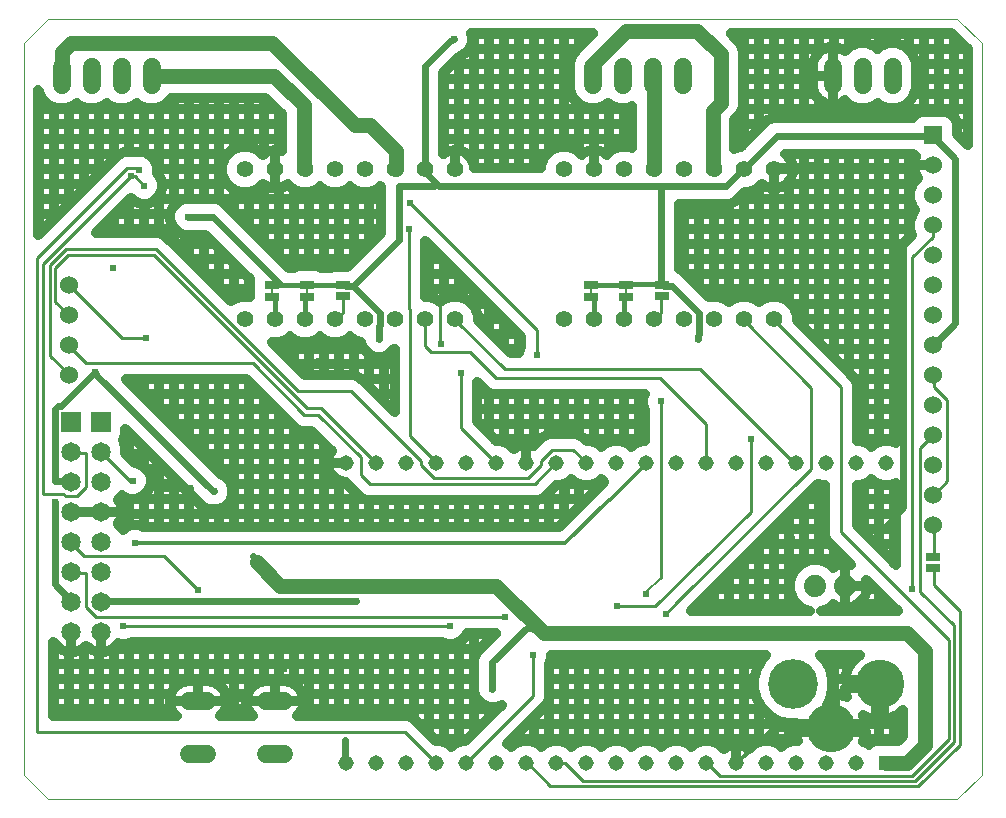
<source format=gbl>
G75*
%MOIN*%
%OFA0B0*%
%FSLAX25Y25*%
%IPPOS*%
%LPD*%
%AMOC8*
5,1,8,0,0,1.08239X$1,22.5*
%
%ADD10C,0.00000*%
%ADD11C,0.06000*%
%ADD12R,0.06000X0.06000*%
%ADD13R,0.05150X0.05150*%
%ADD14C,0.05150*%
%ADD15C,0.05543*%
%ADD16R,0.05000X0.02500*%
%ADD17C,0.00800*%
%ADD18C,0.16598*%
%ADD19C,0.16200*%
%ADD20C,0.07400*%
%ADD21C,0.05937*%
%ADD22C,0.06000*%
%ADD23R,0.06500X0.06500*%
%ADD24C,0.06500*%
%ADD25C,0.01200*%
%ADD26C,0.03200*%
%ADD27C,0.02400*%
%ADD28C,0.02400*%
%ADD29C,0.01000*%
%ADD30C,0.05000*%
%ADD31OC8,0.02400*%
%ADD32C,0.01600*%
%ADD33C,0.04000*%
D10*
X0001000Y0008874D02*
X0001000Y0252969D01*
X0008874Y0260843D01*
X0312024Y0260843D01*
X0320409Y0252969D01*
X0320409Y0008874D01*
X0312024Y0001000D01*
X0008874Y0001000D01*
X0001000Y0008874D01*
D11*
X0016039Y0142063D03*
X0016039Y0152063D03*
X0016039Y0162063D03*
X0016039Y0172063D03*
X0304150Y0172063D03*
X0304150Y0182063D03*
X0304150Y0192063D03*
X0304150Y0202063D03*
X0304150Y0212063D03*
X0304150Y0162063D03*
X0304150Y0152063D03*
X0304150Y0142063D03*
X0304150Y0132063D03*
X0304150Y0122063D03*
X0304150Y0112063D03*
X0304150Y0102063D03*
X0304150Y0092063D03*
D12*
X0304150Y0222063D03*
D13*
X0288402Y0012811D03*
D14*
X0278402Y0012811D03*
X0268402Y0012811D03*
X0258402Y0012811D03*
X0248402Y0012811D03*
X0238402Y0012811D03*
X0228402Y0012811D03*
X0218402Y0012811D03*
X0208402Y0012811D03*
X0198402Y0012811D03*
X0188402Y0012811D03*
X0178402Y0012811D03*
X0168402Y0012811D03*
X0158402Y0012811D03*
X0148402Y0012811D03*
X0138402Y0012811D03*
X0128402Y0012811D03*
X0118402Y0012811D03*
X0108402Y0012811D03*
X0108402Y0112811D03*
X0118402Y0112811D03*
X0128402Y0112811D03*
X0138402Y0112811D03*
X0148402Y0112811D03*
X0158402Y0112811D03*
X0168402Y0112811D03*
X0178402Y0112811D03*
X0188402Y0112811D03*
X0198402Y0112811D03*
X0208402Y0112811D03*
X0218402Y0112811D03*
X0228402Y0112811D03*
X0238402Y0112811D03*
X0248402Y0112811D03*
X0258402Y0112811D03*
X0268402Y0112811D03*
X0278402Y0112811D03*
X0288402Y0112811D03*
D15*
X0251039Y0160724D03*
X0241039Y0160724D03*
X0231039Y0160724D03*
X0221039Y0160724D03*
X0211039Y0160724D03*
X0201039Y0160724D03*
X0191039Y0160724D03*
X0181039Y0160724D03*
X0144740Y0160724D03*
X0134740Y0160724D03*
X0124740Y0160724D03*
X0114740Y0160724D03*
X0104740Y0160724D03*
X0094740Y0160724D03*
X0084740Y0160724D03*
X0074740Y0160724D03*
X0074740Y0210724D03*
X0084740Y0210724D03*
X0094740Y0210724D03*
X0104740Y0210724D03*
X0114740Y0210724D03*
X0124740Y0210724D03*
X0134740Y0210724D03*
X0144740Y0210724D03*
X0181039Y0210724D03*
X0191039Y0210724D03*
X0201039Y0210724D03*
X0211039Y0210724D03*
X0221039Y0210724D03*
X0231039Y0210724D03*
X0241039Y0210724D03*
X0251039Y0210724D03*
D16*
X0213598Y0172063D03*
X0213598Y0168520D03*
X0201787Y0168291D03*
X0201787Y0172291D03*
X0189976Y0172291D03*
X0189976Y0168291D03*
X0107299Y0168520D03*
X0107299Y0172063D03*
X0095488Y0172291D03*
X0095488Y0168291D03*
X0083677Y0168291D03*
X0083677Y0172291D03*
X0304150Y0081512D03*
X0304150Y0077969D03*
D17*
X0213344Y0074622D02*
X0208480Y0069759D01*
X0208480Y0069110D01*
X0201787Y0168791D02*
X0201787Y0171791D01*
X0189976Y0171791D02*
X0189976Y0168791D01*
X0095488Y0168791D02*
X0095488Y0171791D01*
X0083677Y0171791D02*
X0083677Y0168791D01*
D18*
X0257387Y0039189D03*
D19*
X0269898Y0024380D03*
X0286209Y0039089D03*
D20*
X0274780Y0071866D03*
X0264780Y0071866D03*
D21*
X0087630Y0033480D02*
X0081693Y0033480D01*
X0081693Y0015764D02*
X0087630Y0015764D01*
X0062039Y0015764D02*
X0056102Y0015764D01*
X0056102Y0033480D02*
X0062039Y0033480D01*
D22*
X0043559Y0238906D02*
X0043559Y0244906D01*
X0033559Y0244906D02*
X0033559Y0238906D01*
X0023559Y0238906D02*
X0023559Y0244906D01*
X0013559Y0244906D02*
X0013559Y0238906D01*
X0190724Y0238906D02*
X0190724Y0244906D01*
X0200724Y0244906D02*
X0200724Y0238906D01*
X0210724Y0238906D02*
X0210724Y0244906D01*
X0220724Y0244906D02*
X0220724Y0238906D01*
X0270528Y0238906D02*
X0270528Y0244906D01*
X0280528Y0244906D02*
X0280528Y0238906D01*
X0290528Y0238906D02*
X0290528Y0244906D01*
D23*
X0026748Y0126551D03*
X0016748Y0126551D03*
D24*
X0016748Y0116551D03*
X0016748Y0106551D03*
X0016748Y0096551D03*
X0026748Y0096551D03*
X0026748Y0106551D03*
X0026748Y0116551D03*
X0026748Y0086551D03*
X0026748Y0076551D03*
X0026748Y0066551D03*
X0026748Y0056551D03*
X0016748Y0056551D03*
X0016748Y0066551D03*
X0016748Y0076551D03*
X0016748Y0086551D03*
D25*
X0038008Y0086039D02*
X0181512Y0086039D01*
X0195882Y0100409D01*
X0249963Y0023950D02*
X0269650Y0023950D01*
X0269898Y0024380D01*
X0249963Y0023950D02*
X0239163Y0013150D01*
X0238600Y0013150D01*
X0238402Y0012811D01*
X0084661Y0033480D02*
X0084250Y0033850D01*
X0059500Y0033850D01*
X0059071Y0033480D01*
X0037220Y0106906D02*
X0036394Y0106906D01*
X0026748Y0116551D01*
X0251039Y0210724D02*
X0251200Y0211150D01*
X0252100Y0212050D01*
X0303850Y0212050D01*
X0304150Y0212063D01*
D26*
X0304149Y0212063D02*
X0297550Y0212063D01*
X0297550Y0211630D01*
X0297663Y0210773D01*
X0297886Y0209937D01*
X0298218Y0209138D01*
X0298650Y0208388D01*
X0298995Y0207939D01*
X0297537Y0206481D01*
X0296350Y0203615D01*
X0296350Y0200511D01*
X0297537Y0197645D01*
X0298119Y0197063D01*
X0297537Y0196481D01*
X0296350Y0193615D01*
X0296350Y0190511D01*
X0297028Y0188873D01*
X0294098Y0185943D01*
X0292607Y0184452D01*
X0291800Y0182504D01*
X0291800Y0119386D01*
X0289869Y0120186D01*
X0286935Y0120186D01*
X0284224Y0119063D01*
X0283402Y0118241D01*
X0282579Y0119063D01*
X0279869Y0120186D01*
X0278605Y0120186D01*
X0278605Y0139249D01*
X0277798Y0141197D01*
X0258611Y0160384D01*
X0258611Y0162230D01*
X0257458Y0165013D01*
X0255328Y0167143D01*
X0252545Y0168296D01*
X0249533Y0168296D01*
X0246750Y0167143D01*
X0246039Y0166432D01*
X0245328Y0167143D01*
X0242545Y0168296D01*
X0239533Y0168296D01*
X0236750Y0167143D01*
X0236039Y0166432D01*
X0235328Y0167143D01*
X0232545Y0168296D01*
X0229533Y0168296D01*
X0229290Y0168195D01*
X0222087Y0175399D01*
X0220399Y0177087D01*
X0219400Y0177500D01*
X0219400Y0199300D01*
X0236193Y0199300D01*
X0238399Y0200213D01*
X0241338Y0203153D01*
X0242545Y0203153D01*
X0245328Y0204305D01*
X0246896Y0205873D01*
X0247492Y0205415D01*
X0248215Y0204998D01*
X0248987Y0204678D01*
X0249794Y0204462D01*
X0250622Y0204353D01*
X0251039Y0204353D01*
X0251039Y0210724D01*
X0251039Y0210724D01*
X0251039Y0204353D01*
X0251457Y0204353D01*
X0252285Y0204462D01*
X0253092Y0204678D01*
X0253864Y0204998D01*
X0254587Y0205415D01*
X0255249Y0205924D01*
X0255840Y0206514D01*
X0256349Y0207177D01*
X0256766Y0207900D01*
X0257086Y0208672D01*
X0257302Y0209479D01*
X0257411Y0210307D01*
X0257411Y0210724D01*
X0251039Y0210724D01*
X0251039Y0210724D01*
X0257411Y0210724D01*
X0257411Y0211142D01*
X0257302Y0211970D01*
X0257086Y0212777D01*
X0256766Y0213549D01*
X0256349Y0214272D01*
X0255840Y0214935D01*
X0255249Y0215525D01*
X0254696Y0215950D01*
X0297474Y0215950D01*
X0298298Y0215127D01*
X0298218Y0214988D01*
X0297886Y0214189D01*
X0297663Y0213353D01*
X0297550Y0212496D01*
X0297550Y0212063D01*
X0304149Y0212063D01*
X0304149Y0212063D01*
X0301000Y0212063D02*
X0301000Y0212063D01*
X0297633Y0211000D02*
X0257411Y0211000D01*
X0256000Y0210724D02*
X0256000Y0210724D01*
X0256000Y0214726D02*
X0256000Y0215950D01*
X0261000Y0215950D02*
X0261000Y0157995D01*
X0262995Y0156000D02*
X0291800Y0156000D01*
X0291800Y0151000D02*
X0267995Y0151000D01*
X0266000Y0152995D02*
X0266000Y0215950D01*
X0271000Y0215950D02*
X0271000Y0147995D01*
X0272995Y0146000D02*
X0291800Y0146000D01*
X0291800Y0141000D02*
X0277880Y0141000D01*
X0276000Y0142995D02*
X0276000Y0215950D01*
X0281000Y0215950D02*
X0281000Y0119717D01*
X0278605Y0121000D02*
X0291800Y0121000D01*
X0291000Y0119717D02*
X0291000Y0215950D01*
X0286000Y0215950D02*
X0286000Y0119799D01*
X0291800Y0126000D02*
X0278605Y0126000D01*
X0278605Y0131000D02*
X0291800Y0131000D01*
X0291800Y0136000D02*
X0278605Y0136000D01*
X0291800Y0161000D02*
X0258611Y0161000D01*
X0256472Y0166000D02*
X0291800Y0166000D01*
X0291800Y0171000D02*
X0226485Y0171000D01*
X0226000Y0171485D02*
X0226000Y0199300D01*
X0231000Y0199300D02*
X0231000Y0168296D01*
X0236000Y0166472D02*
X0236000Y0199300D01*
X0239185Y0201000D02*
X0296350Y0201000D01*
X0297338Y0196000D02*
X0219400Y0196000D01*
X0221000Y0199300D02*
X0221000Y0176485D01*
X0221485Y0176000D02*
X0291800Y0176000D01*
X0291800Y0181000D02*
X0219400Y0181000D01*
X0219400Y0186000D02*
X0294155Y0186000D01*
X0296000Y0187845D02*
X0296000Y0215950D01*
X0297338Y0206000D02*
X0255326Y0206000D01*
X0256000Y0206723D02*
X0256000Y0166472D01*
X0251000Y0168296D02*
X0251000Y0204353D01*
X0251039Y0206000D02*
X0251039Y0206000D01*
X0246000Y0204977D02*
X0246000Y0166472D01*
X0241000Y0168296D02*
X0241000Y0202815D01*
X0237828Y0217590D02*
X0237828Y0227110D01*
X0239472Y0228755D01*
X0240583Y0231438D01*
X0240583Y0250484D01*
X0239472Y0253167D01*
X0237419Y0255220D01*
X0236596Y0256043D01*
X0310123Y0256043D01*
X0315609Y0250891D01*
X0315609Y0218676D01*
X0311950Y0222336D01*
X0311950Y0226018D01*
X0311219Y0227782D01*
X0309869Y0229132D01*
X0308104Y0229863D01*
X0300195Y0229863D01*
X0298431Y0229132D01*
X0297248Y0227950D01*
X0250907Y0227950D01*
X0248702Y0227037D01*
X0247014Y0225349D01*
X0239961Y0218296D01*
X0239533Y0218296D01*
X0237828Y0217590D01*
X0237828Y0221000D02*
X0242665Y0221000D01*
X0241000Y0219335D02*
X0241000Y0256043D01*
X0236639Y0256000D02*
X0310169Y0256000D01*
X0311000Y0255219D02*
X0311000Y0228001D01*
X0311950Y0226000D02*
X0315609Y0226000D01*
X0315609Y0231000D02*
X0240402Y0231000D01*
X0237828Y0226000D02*
X0247665Y0226000D01*
X0246000Y0224335D02*
X0246000Y0256043D01*
X0251000Y0256043D02*
X0251000Y0227950D01*
X0256000Y0227950D02*
X0256000Y0256043D01*
X0261000Y0256043D02*
X0261000Y0227950D01*
X0266000Y0227950D02*
X0266000Y0234099D01*
X0266167Y0233933D02*
X0266853Y0233406D01*
X0267602Y0232973D01*
X0268402Y0232642D01*
X0269237Y0232418D01*
X0270095Y0232306D01*
X0270527Y0232306D01*
X0270527Y0241905D01*
X0270528Y0241905D01*
X0270528Y0232306D01*
X0270960Y0232306D01*
X0271818Y0232418D01*
X0272654Y0232642D01*
X0273453Y0232973D01*
X0274202Y0233406D01*
X0274651Y0233751D01*
X0276109Y0232293D01*
X0278976Y0231106D01*
X0282079Y0231106D01*
X0284946Y0232293D01*
X0285528Y0232875D01*
X0286109Y0232293D01*
X0288976Y0231106D01*
X0292079Y0231106D01*
X0294946Y0232293D01*
X0297140Y0234487D01*
X0298328Y0237354D01*
X0298328Y0246457D01*
X0297140Y0249324D01*
X0294946Y0251518D01*
X0292079Y0252705D01*
X0288976Y0252705D01*
X0286109Y0251518D01*
X0285528Y0250936D01*
X0284946Y0251518D01*
X0282079Y0252705D01*
X0278976Y0252705D01*
X0276109Y0251518D01*
X0274651Y0250060D01*
X0274202Y0250405D01*
X0273453Y0250838D01*
X0272654Y0251169D01*
X0271818Y0251393D01*
X0270960Y0251505D01*
X0270528Y0251505D01*
X0270528Y0241906D01*
X0270527Y0241906D01*
X0270527Y0241905D01*
X0263928Y0241905D01*
X0263928Y0238473D01*
X0264040Y0237615D01*
X0264264Y0236779D01*
X0264595Y0235980D01*
X0265028Y0235231D01*
X0265555Y0234544D01*
X0266167Y0233933D01*
X0264587Y0236000D02*
X0240583Y0236000D01*
X0240583Y0241000D02*
X0263928Y0241000D01*
X0263928Y0241906D02*
X0270527Y0241906D01*
X0270527Y0251505D01*
X0270095Y0251505D01*
X0269237Y0251393D01*
X0268402Y0251169D01*
X0267602Y0250838D01*
X0266853Y0250405D01*
X0266167Y0249878D01*
X0265555Y0249267D01*
X0265028Y0248580D01*
X0264595Y0247831D01*
X0264264Y0247032D01*
X0264040Y0246196D01*
X0263928Y0245338D01*
X0263928Y0241906D01*
X0266000Y0241905D02*
X0266000Y0241906D01*
X0264015Y0246000D02*
X0240583Y0246000D01*
X0240370Y0251000D02*
X0267994Y0251000D01*
X0266000Y0249712D02*
X0266000Y0256043D01*
X0271000Y0256043D02*
X0271000Y0251500D01*
X0270528Y0251000D02*
X0270527Y0251000D01*
X0273061Y0251000D02*
X0275591Y0251000D01*
X0276000Y0251409D02*
X0276000Y0256043D01*
X0281000Y0256043D02*
X0281000Y0252705D01*
X0285464Y0251000D02*
X0285591Y0251000D01*
X0286000Y0251409D02*
X0286000Y0256043D01*
X0291000Y0256043D02*
X0291000Y0252705D01*
X0295464Y0251000D02*
X0315494Y0251000D01*
X0315609Y0246000D02*
X0298328Y0246000D01*
X0296000Y0250464D02*
X0296000Y0256043D01*
X0301000Y0256043D02*
X0301000Y0229863D01*
X0296000Y0227950D02*
X0296000Y0233347D01*
X0297767Y0236000D02*
X0315609Y0236000D01*
X0315609Y0241000D02*
X0298328Y0241000D01*
X0291000Y0231106D02*
X0291000Y0227950D01*
X0286000Y0227950D02*
X0286000Y0232402D01*
X0281000Y0231106D02*
X0281000Y0227950D01*
X0276000Y0227950D02*
X0276000Y0232402D01*
X0271000Y0232311D02*
X0271000Y0227950D01*
X0270527Y0236000D02*
X0270528Y0236000D01*
X0270527Y0241000D02*
X0270528Y0241000D01*
X0270527Y0246000D02*
X0270528Y0246000D01*
X0306000Y0256043D02*
X0306000Y0229863D01*
X0313285Y0221000D02*
X0315609Y0221000D01*
X0296350Y0191000D02*
X0219400Y0191000D01*
X0195183Y0215576D02*
X0194587Y0216034D01*
X0193864Y0216451D01*
X0193092Y0216771D01*
X0192285Y0216987D01*
X0191457Y0217096D01*
X0191039Y0217096D01*
X0190622Y0217096D01*
X0189794Y0216987D01*
X0188987Y0216771D01*
X0188215Y0216451D01*
X0187492Y0216034D01*
X0186896Y0215576D01*
X0185328Y0217143D01*
X0182545Y0218296D01*
X0179533Y0218296D01*
X0176750Y0217143D01*
X0174620Y0215013D01*
X0173468Y0212230D01*
X0173468Y0211300D01*
X0151091Y0211300D01*
X0151003Y0211970D01*
X0150787Y0212777D01*
X0150467Y0213549D01*
X0150049Y0214272D01*
X0149541Y0214935D01*
X0148950Y0215525D01*
X0148288Y0216034D01*
X0147564Y0216451D01*
X0146793Y0216771D01*
X0145986Y0216987D01*
X0145158Y0217096D01*
X0144740Y0217096D01*
X0144323Y0217096D01*
X0143494Y0216987D01*
X0142688Y0216771D01*
X0141916Y0216451D01*
X0141193Y0216034D01*
X0140740Y0215686D01*
X0140740Y0242727D01*
X0146164Y0248152D01*
X0146464Y0248276D01*
X0146839Y0248650D01*
X0147082Y0248805D01*
X0147706Y0249063D01*
X0148081Y0249438D01*
X0148528Y0249722D01*
X0148916Y0250274D01*
X0149394Y0250751D01*
X0149596Y0251241D01*
X0149901Y0251674D01*
X0150049Y0252333D01*
X0150307Y0252956D01*
X0150307Y0253486D01*
X0150423Y0254003D01*
X0150307Y0254668D01*
X0150307Y0255343D01*
X0150104Y0255833D01*
X0150068Y0256043D01*
X0190601Y0256043D01*
X0184536Y0249978D01*
X0184373Y0249585D01*
X0184112Y0249324D01*
X0182924Y0246457D01*
X0182924Y0237354D01*
X0184112Y0234487D01*
X0186306Y0232293D01*
X0189173Y0231106D01*
X0192276Y0231106D01*
X0195143Y0232293D01*
X0195724Y0232875D01*
X0196306Y0232293D01*
X0199173Y0231106D01*
X0202276Y0231106D01*
X0203739Y0231712D01*
X0203739Y0217802D01*
X0202545Y0218296D01*
X0199533Y0218296D01*
X0196750Y0217143D01*
X0195183Y0215576D01*
X0195607Y0216000D02*
X0194631Y0216000D01*
X0196000Y0216393D02*
X0196000Y0232599D01*
X0191000Y0231106D02*
X0191000Y0217096D01*
X0191039Y0217096D02*
X0191039Y0211300D01*
X0191039Y0211300D01*
X0191039Y0217096D01*
X0191039Y0216000D02*
X0191039Y0216000D01*
X0187448Y0216000D02*
X0186472Y0216000D01*
X0186000Y0216472D02*
X0186000Y0232599D01*
X0183485Y0236000D02*
X0140740Y0236000D01*
X0140740Y0241000D02*
X0182924Y0241000D01*
X0182924Y0246000D02*
X0144013Y0246000D01*
X0146000Y0247987D02*
X0146000Y0216983D01*
X0144740Y0217096D02*
X0144740Y0211300D01*
X0144740Y0217096D01*
X0144740Y0216000D02*
X0144740Y0216000D01*
X0148331Y0216000D02*
X0175607Y0216000D01*
X0176000Y0216393D02*
X0176000Y0256043D01*
X0171000Y0256043D02*
X0171000Y0211300D01*
X0166000Y0211300D02*
X0166000Y0256043D01*
X0161000Y0256043D02*
X0161000Y0211300D01*
X0156000Y0211300D02*
X0156000Y0256043D01*
X0151000Y0256043D02*
X0151000Y0211980D01*
X0144740Y0211300D02*
X0144740Y0211300D01*
X0141149Y0216000D02*
X0140740Y0216000D01*
X0141000Y0215886D02*
X0141000Y0242987D01*
X0149497Y0251000D02*
X0185558Y0251000D01*
X0186000Y0251442D02*
X0186000Y0256043D01*
X0181000Y0256043D02*
X0181000Y0218296D01*
X0201000Y0218296D02*
X0201000Y0231106D01*
X0203739Y0231000D02*
X0140740Y0231000D01*
X0140740Y0226000D02*
X0203739Y0226000D01*
X0203739Y0221000D02*
X0140740Y0221000D01*
X0120000Y0204757D02*
X0120000Y0189509D01*
X0108604Y0178113D01*
X0106457Y0178113D01*
X0106409Y0178115D01*
X0106402Y0178113D01*
X0103844Y0178113D01*
X0103309Y0177891D01*
X0100029Y0177891D01*
X0098943Y0178341D01*
X0092033Y0178341D01*
X0090947Y0177891D01*
X0089484Y0177891D01*
X0069079Y0198296D01*
X0067391Y0199984D01*
X0065186Y0200898D01*
X0054433Y0200898D01*
X0052227Y0199984D01*
X0050539Y0198296D01*
X0049626Y0196091D01*
X0049626Y0193704D01*
X0050539Y0191499D01*
X0052227Y0189811D01*
X0054433Y0188898D01*
X0061507Y0188898D01*
X0076377Y0174027D01*
X0076377Y0168242D01*
X0076246Y0168296D01*
X0073234Y0168296D01*
X0070451Y0167143D01*
X0070027Y0166719D01*
X0048139Y0188606D01*
X0046191Y0189413D01*
X0025157Y0189413D01*
X0036804Y0201061D01*
X0037651Y0200213D01*
X0039857Y0199300D01*
X0042243Y0199300D01*
X0044449Y0200213D01*
X0046137Y0201901D01*
X0047050Y0204107D01*
X0047050Y0206493D01*
X0046137Y0208699D01*
X0045385Y0209450D01*
X0045386Y0209452D01*
X0045386Y0211839D01*
X0044472Y0214044D01*
X0042785Y0215732D01*
X0040579Y0216646D01*
X0038192Y0216646D01*
X0037691Y0216438D01*
X0034395Y0216438D01*
X0032447Y0215631D01*
X0005800Y0188984D01*
X0005800Y0237255D01*
X0006947Y0234487D01*
X0009141Y0232293D01*
X0012008Y0231106D01*
X0015111Y0231106D01*
X0017977Y0232293D01*
X0018559Y0232875D01*
X0019141Y0232293D01*
X0022008Y0231106D01*
X0025111Y0231106D01*
X0027977Y0232293D01*
X0028559Y0232875D01*
X0029141Y0232293D01*
X0032008Y0231106D01*
X0035111Y0231106D01*
X0037977Y0232293D01*
X0038559Y0232875D01*
X0039141Y0232293D01*
X0042008Y0231106D01*
X0045111Y0231106D01*
X0047977Y0232293D01*
X0050172Y0234487D01*
X0050221Y0234606D01*
X0081480Y0234606D01*
X0087007Y0229079D01*
X0087007Y0216682D01*
X0086793Y0216771D01*
X0085986Y0216987D01*
X0085158Y0217096D01*
X0084740Y0217096D01*
X0084323Y0217096D01*
X0083494Y0216987D01*
X0082688Y0216771D01*
X0081916Y0216451D01*
X0081193Y0216034D01*
X0080596Y0215576D01*
X0079029Y0217143D01*
X0076246Y0218296D01*
X0073234Y0218296D01*
X0070451Y0217143D01*
X0068321Y0215013D01*
X0067169Y0212230D01*
X0067169Y0209218D01*
X0068321Y0206435D01*
X0070451Y0204305D01*
X0073234Y0203153D01*
X0076246Y0203153D01*
X0079029Y0204305D01*
X0080596Y0205873D01*
X0081193Y0205415D01*
X0081916Y0204998D01*
X0082688Y0204678D01*
X0083494Y0204462D01*
X0084323Y0204353D01*
X0084740Y0204353D01*
X0084740Y0210724D01*
X0084740Y0210724D01*
X0084740Y0204353D01*
X0085158Y0204353D01*
X0085986Y0204462D01*
X0086793Y0204678D01*
X0087564Y0204998D01*
X0088288Y0205415D01*
X0088884Y0205873D01*
X0090451Y0204305D01*
X0093234Y0203153D01*
X0096246Y0203153D01*
X0099029Y0204305D01*
X0099740Y0205016D01*
X0100451Y0204305D01*
X0103234Y0203153D01*
X0106246Y0203153D01*
X0109029Y0204305D01*
X0109740Y0205016D01*
X0110451Y0204305D01*
X0113234Y0203153D01*
X0116246Y0203153D01*
X0119029Y0204305D01*
X0119740Y0205016D01*
X0120000Y0204757D01*
X0116000Y0203153D02*
X0116000Y0185509D01*
X0116491Y0186000D02*
X0081375Y0186000D01*
X0081000Y0186375D02*
X0081000Y0205563D01*
X0084740Y0206000D02*
X0084740Y0206000D01*
X0086000Y0204466D02*
X0086000Y0181375D01*
X0086375Y0181000D02*
X0111491Y0181000D01*
X0111000Y0180509D02*
X0111000Y0204078D01*
X0106000Y0203153D02*
X0106000Y0178113D01*
X0101000Y0177891D02*
X0101000Y0204078D01*
X0096000Y0203153D02*
X0096000Y0178341D01*
X0091000Y0177913D02*
X0091000Y0204078D01*
X0084740Y0210725D02*
X0084740Y0210725D01*
X0084740Y0217096D01*
X0084740Y0210725D01*
X0084740Y0211000D02*
X0084740Y0211000D01*
X0084740Y0216000D02*
X0084740Y0216000D01*
X0086000Y0216983D02*
X0086000Y0230086D01*
X0085086Y0231000D02*
X0005800Y0231000D01*
X0005800Y0226000D02*
X0087007Y0226000D01*
X0087007Y0221000D02*
X0005800Y0221000D01*
X0005800Y0216000D02*
X0033338Y0216000D01*
X0036000Y0216438D02*
X0036000Y0231474D01*
X0041000Y0231523D02*
X0041000Y0216471D01*
X0042138Y0216000D02*
X0069308Y0216000D01*
X0071000Y0217371D02*
X0071000Y0234606D01*
X0076000Y0234606D02*
X0076000Y0218296D01*
X0080172Y0216000D02*
X0081149Y0216000D01*
X0081000Y0215886D02*
X0081000Y0234606D01*
X0066000Y0234606D02*
X0066000Y0200560D01*
X0061000Y0200898D02*
X0061000Y0234606D01*
X0056000Y0234606D02*
X0056000Y0200898D01*
X0051000Y0198757D02*
X0051000Y0234606D01*
X0046000Y0231474D02*
X0046000Y0208835D01*
X0045386Y0211000D02*
X0067169Y0211000D01*
X0068757Y0206000D02*
X0047050Y0206000D01*
X0046000Y0201765D02*
X0046000Y0189413D01*
X0051000Y0191038D02*
X0051000Y0185745D01*
X0050745Y0186000D02*
X0064404Y0186000D01*
X0066000Y0184404D02*
X0066000Y0170745D01*
X0065745Y0171000D02*
X0076377Y0171000D01*
X0076000Y0168296D02*
X0076000Y0174404D01*
X0074404Y0176000D02*
X0060745Y0176000D01*
X0061000Y0175745D02*
X0061000Y0188898D01*
X0056000Y0188898D02*
X0056000Y0180745D01*
X0055745Y0181000D02*
X0069404Y0181000D01*
X0071000Y0179404D02*
X0071000Y0167371D01*
X0083593Y0153153D02*
X0086246Y0153153D01*
X0089029Y0154305D01*
X0089740Y0155016D01*
X0090451Y0154305D01*
X0093234Y0153153D01*
X0096246Y0153153D01*
X0099029Y0154305D01*
X0099740Y0155016D01*
X0100451Y0154305D01*
X0103234Y0153153D01*
X0106246Y0153153D01*
X0109029Y0154305D01*
X0109740Y0155016D01*
X0110451Y0154305D01*
X0113234Y0153153D01*
X0113350Y0153153D01*
X0113350Y0152920D01*
X0114263Y0150714D01*
X0115951Y0149026D01*
X0118157Y0148113D01*
X0120543Y0148113D01*
X0122749Y0149026D01*
X0124437Y0150714D01*
X0124513Y0150898D01*
X0124513Y0129783D01*
X0113015Y0141280D01*
X0111067Y0142087D01*
X0094658Y0142087D01*
X0083593Y0153153D01*
X0086000Y0153153D02*
X0086000Y0150745D01*
X0085745Y0151000D02*
X0114145Y0151000D01*
X0116000Y0149006D02*
X0116000Y0138295D01*
X0118295Y0136000D02*
X0124513Y0136000D01*
X0121000Y0133295D02*
X0121000Y0148302D01*
X0124513Y0146000D02*
X0090745Y0146000D01*
X0091000Y0145745D02*
X0091000Y0154078D01*
X0096000Y0153153D02*
X0096000Y0142087D01*
X0101000Y0142087D02*
X0101000Y0154078D01*
X0106000Y0153153D02*
X0106000Y0142087D01*
X0111000Y0142087D02*
X0111000Y0154078D01*
X0113295Y0141000D02*
X0124513Y0141000D01*
X0124513Y0131000D02*
X0123295Y0131000D01*
X0107678Y0112811D02*
X0102227Y0112811D01*
X0102227Y0112325D01*
X0102379Y0111365D01*
X0102679Y0110441D01*
X0103120Y0109575D01*
X0103692Y0108788D01*
X0104379Y0108101D01*
X0105165Y0107530D01*
X0106031Y0107089D01*
X0106956Y0106788D01*
X0107916Y0106636D01*
X0108395Y0106636D01*
X0108712Y0105872D01*
X0113254Y0101330D01*
X0115202Y0100523D01*
X0172330Y0100523D01*
X0174278Y0101330D01*
X0178384Y0105436D01*
X0179869Y0105436D01*
X0182579Y0106559D01*
X0183402Y0107381D01*
X0184224Y0106559D01*
X0186935Y0105436D01*
X0189869Y0105436D01*
X0192579Y0106559D01*
X0193402Y0107381D01*
X0194224Y0106559D01*
X0194445Y0106468D01*
X0193064Y0105087D01*
X0192823Y0104987D01*
X0179275Y0091439D01*
X0040650Y0091439D01*
X0039201Y0092039D01*
X0036814Y0092039D01*
X0034609Y0091126D01*
X0033872Y0090389D01*
X0033572Y0091111D01*
X0032235Y0092449D01*
X0032456Y0092737D01*
X0032905Y0093515D01*
X0033248Y0094345D01*
X0033481Y0095212D01*
X0033598Y0096102D01*
X0033598Y0096551D01*
X0026748Y0096551D01*
X0019898Y0096551D01*
X0017335Y0096551D01*
X0017335Y0096551D01*
X0026748Y0096551D01*
X0026748Y0096551D01*
X0026748Y0096551D01*
X0033598Y0096551D01*
X0033598Y0097000D01*
X0033481Y0097890D01*
X0033248Y0098758D01*
X0032905Y0099587D01*
X0032456Y0100365D01*
X0032235Y0100653D01*
X0033572Y0101991D01*
X0033595Y0102046D01*
X0033822Y0101819D01*
X0036027Y0100906D01*
X0038414Y0100906D01*
X0040619Y0101819D01*
X0042307Y0103507D01*
X0043220Y0105712D01*
X0043220Y0108099D01*
X0042307Y0110304D01*
X0040619Y0111992D01*
X0038414Y0112905D01*
X0038030Y0112905D01*
X0034798Y0116138D01*
X0034798Y0118152D01*
X0033872Y0120387D01*
X0034067Y0120582D01*
X0034798Y0122346D01*
X0034798Y0124071D01*
X0058906Y0099963D01*
X0060593Y0098276D01*
X0062799Y0097362D01*
X0065678Y0097362D01*
X0067883Y0098276D01*
X0069571Y0099963D01*
X0070484Y0102169D01*
X0070484Y0104556D01*
X0069571Y0106761D01*
X0067883Y0108449D01*
X0067043Y0108797D01*
X0034962Y0140877D01*
X0075084Y0140877D01*
X0090011Y0125951D01*
X0091502Y0124460D01*
X0093450Y0123653D01*
X0096836Y0123653D01*
X0103676Y0116813D01*
X0103120Y0116047D01*
X0102679Y0115181D01*
X0102379Y0114257D01*
X0102227Y0113297D01*
X0102227Y0112811D01*
X0107678Y0112811D01*
X0107678Y0112811D01*
X0106000Y0112811D02*
X0106000Y0112811D01*
X0102497Y0111000D02*
X0064840Y0111000D01*
X0066000Y0109840D02*
X0066000Y0140877D01*
X0061000Y0140877D02*
X0061000Y0114840D01*
X0059840Y0116000D02*
X0103096Y0116000D01*
X0101000Y0119489D02*
X0101000Y0091439D01*
X0106000Y0091439D02*
X0106000Y0107105D01*
X0108658Y0106000D02*
X0069886Y0106000D01*
X0070000Y0101000D02*
X0114050Y0101000D01*
X0116000Y0100523D02*
X0116000Y0091439D01*
X0121000Y0091439D02*
X0121000Y0100523D01*
X0126000Y0100523D02*
X0126000Y0091439D01*
X0131000Y0091439D02*
X0131000Y0100523D01*
X0136000Y0100523D02*
X0136000Y0091439D01*
X0141000Y0091439D02*
X0141000Y0100523D01*
X0146000Y0100523D02*
X0146000Y0091439D01*
X0151000Y0091439D02*
X0151000Y0100523D01*
X0156000Y0100523D02*
X0156000Y0091439D01*
X0161000Y0091439D02*
X0161000Y0100523D01*
X0166000Y0100523D02*
X0166000Y0091439D01*
X0171000Y0091439D02*
X0171000Y0100523D01*
X0173482Y0101000D02*
X0188836Y0101000D01*
X0191000Y0103164D02*
X0191000Y0105905D01*
X0191230Y0106000D02*
X0193977Y0106000D01*
X0186000Y0105823D02*
X0186000Y0098164D01*
X0183836Y0096000D02*
X0033585Y0096000D01*
X0031000Y0096551D02*
X0031000Y0096551D01*
X0032581Y0101000D02*
X0035799Y0101000D01*
X0036000Y0100917D02*
X0036000Y0091702D01*
X0034483Y0091000D02*
X0033619Y0091000D01*
X0041000Y0091439D02*
X0041000Y0102200D01*
X0038642Y0101000D02*
X0057869Y0101000D01*
X0056000Y0102869D02*
X0056000Y0091439D01*
X0061000Y0091439D02*
X0061000Y0098107D01*
X0066000Y0097496D02*
X0066000Y0091439D01*
X0071000Y0091439D02*
X0071000Y0140877D01*
X0076000Y0139961D02*
X0076000Y0091439D01*
X0081000Y0091439D02*
X0081000Y0134961D01*
X0079961Y0136000D02*
X0039840Y0136000D01*
X0041000Y0134840D02*
X0041000Y0140877D01*
X0036000Y0140877D02*
X0036000Y0139840D01*
X0046000Y0140877D02*
X0046000Y0129840D01*
X0044840Y0131000D02*
X0084961Y0131000D01*
X0086000Y0129961D02*
X0086000Y0091439D01*
X0091000Y0091439D02*
X0091000Y0124961D01*
X0089961Y0126000D02*
X0049840Y0126000D01*
X0051000Y0124840D02*
X0051000Y0140877D01*
X0056000Y0140877D02*
X0056000Y0119840D01*
X0054840Y0121000D02*
X0099489Y0121000D01*
X0096000Y0123653D02*
X0096000Y0091439D01*
X0111000Y0091439D02*
X0111000Y0103583D01*
X0151969Y0126719D02*
X0151969Y0139849D01*
X0151976Y0139866D01*
X0155272Y0136570D01*
X0157220Y0135763D01*
X0207846Y0135763D01*
X0207344Y0134550D01*
X0207344Y0132163D01*
X0208044Y0130473D01*
X0208044Y0120186D01*
X0206935Y0120186D01*
X0204224Y0119063D01*
X0203402Y0118241D01*
X0202579Y0119063D01*
X0199869Y0120186D01*
X0196935Y0120186D01*
X0194224Y0119063D01*
X0193402Y0118241D01*
X0192579Y0119063D01*
X0189869Y0120186D01*
X0188559Y0120186D01*
X0187152Y0121593D01*
X0185204Y0122400D01*
X0175896Y0122400D01*
X0173948Y0121593D01*
X0172457Y0120102D01*
X0170849Y0118494D01*
X0170772Y0118533D01*
X0169848Y0118834D01*
X0168888Y0118986D01*
X0168402Y0118986D01*
X0168402Y0115244D01*
X0168402Y0115244D01*
X0168402Y0118986D01*
X0167916Y0118986D01*
X0166956Y0118834D01*
X0166031Y0118533D01*
X0165165Y0118092D01*
X0164379Y0117521D01*
X0164250Y0117392D01*
X0162579Y0119063D01*
X0159869Y0120186D01*
X0158502Y0120186D01*
X0151969Y0126719D01*
X0152688Y0126000D02*
X0208044Y0126000D01*
X0208044Y0121000D02*
X0187745Y0121000D01*
X0186000Y0122070D02*
X0186000Y0135763D01*
X0181000Y0135763D02*
X0181000Y0122400D01*
X0176000Y0122400D02*
X0176000Y0135763D01*
X0171000Y0135763D02*
X0171000Y0118645D01*
X0173355Y0121000D02*
X0157688Y0121000D01*
X0156000Y0122688D02*
X0156000Y0136268D01*
X0156648Y0136000D02*
X0151969Y0136000D01*
X0151969Y0131000D02*
X0207825Y0131000D01*
X0206000Y0135763D02*
X0206000Y0119799D01*
X0201000Y0119717D02*
X0201000Y0135763D01*
X0196000Y0135763D02*
X0196000Y0119799D01*
X0191000Y0119717D02*
X0191000Y0135763D01*
X0168402Y0116000D02*
X0168402Y0116000D01*
X0166000Y0118518D02*
X0166000Y0135763D01*
X0161000Y0135763D02*
X0161000Y0119717D01*
X0176000Y0103052D02*
X0176000Y0091439D01*
X0181000Y0093164D02*
X0181000Y0105905D01*
X0181230Y0106000D02*
X0185574Y0106000D01*
X0225876Y0066000D02*
X0258625Y0066000D01*
X0257574Y0067051D02*
X0259965Y0064660D01*
X0262963Y0063418D01*
X0223295Y0063418D01*
X0265788Y0105911D01*
X0266935Y0105436D01*
X0268005Y0105436D01*
X0268005Y0088767D01*
X0268812Y0086819D01*
X0270303Y0085328D01*
X0276730Y0078901D01*
X0276207Y0079041D01*
X0275258Y0079166D01*
X0274780Y0079166D01*
X0274780Y0071866D01*
X0274780Y0071866D01*
X0282080Y0071866D01*
X0282080Y0071388D01*
X0281955Y0070439D01*
X0281707Y0069515D01*
X0281341Y0068630D01*
X0280862Y0067802D01*
X0280280Y0067043D01*
X0279603Y0066366D01*
X0278844Y0065783D01*
X0278015Y0065305D01*
X0277131Y0064939D01*
X0276207Y0064691D01*
X0275258Y0064566D01*
X0274780Y0064566D01*
X0274780Y0071866D01*
X0282080Y0071866D01*
X0282080Y0072345D01*
X0281955Y0073293D01*
X0281815Y0073816D01*
X0292213Y0063418D01*
X0266596Y0063418D01*
X0269594Y0064660D01*
X0270717Y0065783D01*
X0271544Y0065305D01*
X0272428Y0064939D01*
X0273352Y0064691D01*
X0274301Y0064566D01*
X0274779Y0064566D01*
X0274779Y0071866D01*
X0274780Y0071866D01*
X0274779Y0071866D01*
X0274779Y0079166D01*
X0274301Y0079166D01*
X0273352Y0079041D01*
X0272428Y0078794D01*
X0271544Y0078427D01*
X0270717Y0077950D01*
X0269594Y0079072D01*
X0266470Y0080366D01*
X0263089Y0080366D01*
X0259965Y0079072D01*
X0257574Y0076681D01*
X0256280Y0073557D01*
X0256280Y0070175D01*
X0257574Y0067051D01*
X0256000Y0063418D02*
X0256000Y0096124D01*
X0255876Y0096000D02*
X0268005Y0096000D01*
X0268005Y0101000D02*
X0260876Y0101000D01*
X0261000Y0101124D02*
X0261000Y0079501D01*
X0266000Y0080366D02*
X0266000Y0105823D01*
X0278605Y0105436D02*
X0279869Y0105436D01*
X0282579Y0106559D01*
X0283402Y0107381D01*
X0284224Y0106559D01*
X0286935Y0105436D01*
X0289869Y0105436D01*
X0291800Y0106236D01*
X0291800Y0078821D01*
X0278605Y0092016D01*
X0278605Y0105436D01*
X0281000Y0105905D02*
X0281000Y0089621D01*
X0279621Y0091000D02*
X0291800Y0091000D01*
X0291800Y0086000D02*
X0284621Y0086000D01*
X0286000Y0084621D02*
X0286000Y0105823D01*
X0285574Y0106000D02*
X0281230Y0106000D01*
X0278605Y0101000D02*
X0291800Y0101000D01*
X0291800Y0096000D02*
X0278605Y0096000D01*
X0268005Y0091000D02*
X0250876Y0091000D01*
X0251000Y0091124D02*
X0251000Y0063418D01*
X0246000Y0063418D02*
X0246000Y0086124D01*
X0245876Y0086000D02*
X0269631Y0086000D01*
X0271000Y0084631D02*
X0271000Y0078113D01*
X0274779Y0076000D02*
X0274780Y0076000D01*
X0276000Y0079068D02*
X0276000Y0079631D01*
X0274631Y0081000D02*
X0240876Y0081000D01*
X0241000Y0081124D02*
X0241000Y0063418D01*
X0236000Y0063418D02*
X0236000Y0076124D01*
X0235876Y0076000D02*
X0257291Y0076000D01*
X0256280Y0071000D02*
X0230876Y0071000D01*
X0231000Y0071124D02*
X0231000Y0063418D01*
X0226000Y0063418D02*
X0226000Y0066124D01*
X0226000Y0048818D02*
X0226000Y0019799D01*
X0226935Y0020186D02*
X0224224Y0019063D01*
X0223402Y0018241D01*
X0222579Y0019063D01*
X0219869Y0020186D01*
X0216935Y0020186D01*
X0214224Y0019063D01*
X0213402Y0018241D01*
X0212579Y0019063D01*
X0209869Y0020186D01*
X0206935Y0020186D01*
X0204224Y0019063D01*
X0203402Y0018241D01*
X0202579Y0019063D01*
X0199869Y0020186D01*
X0196935Y0020186D01*
X0194224Y0019063D01*
X0193402Y0018241D01*
X0192579Y0019063D01*
X0189869Y0020186D01*
X0186935Y0020186D01*
X0184224Y0019063D01*
X0183402Y0018241D01*
X0182579Y0019063D01*
X0179869Y0020186D01*
X0176935Y0020186D01*
X0174224Y0019063D01*
X0173402Y0018241D01*
X0172579Y0019063D01*
X0169869Y0020186D01*
X0166935Y0020186D01*
X0164224Y0019063D01*
X0163402Y0018241D01*
X0162579Y0019063D01*
X0162176Y0019230D01*
X0175143Y0032198D01*
X0175950Y0034146D01*
X0175950Y0045817D01*
X0176650Y0047507D01*
X0176650Y0048818D01*
X0248491Y0048818D01*
X0246905Y0047232D01*
X0245180Y0044245D01*
X0244287Y0040914D01*
X0244287Y0037464D01*
X0245180Y0034133D01*
X0246905Y0031146D01*
X0249344Y0028707D01*
X0252330Y0026982D01*
X0255662Y0026090D01*
X0258316Y0026090D01*
X0258276Y0025730D01*
X0268548Y0025730D01*
X0268548Y0032322D01*
X0269593Y0034133D01*
X0270486Y0037464D01*
X0270486Y0040914D01*
X0269593Y0044245D01*
X0267869Y0047232D01*
X0266283Y0048818D01*
X0279701Y0048818D01*
X0279428Y0048646D01*
X0278400Y0047827D01*
X0277471Y0046898D01*
X0276652Y0045870D01*
X0275952Y0044757D01*
X0275382Y0043573D01*
X0274948Y0042333D01*
X0274656Y0041052D01*
X0274587Y0040439D01*
X0284859Y0040439D01*
X0284859Y0037739D01*
X0287559Y0037739D01*
X0287559Y0027467D01*
X0288172Y0027536D01*
X0289453Y0027829D01*
X0290693Y0028263D01*
X0291877Y0028833D01*
X0292990Y0029532D01*
X0294017Y0030351D01*
X0294094Y0030428D01*
X0294094Y0021740D01*
X0292464Y0020111D01*
X0292112Y0020111D01*
X0291931Y0020186D01*
X0284872Y0020186D01*
X0283108Y0019455D01*
X0282647Y0018995D01*
X0282579Y0019063D01*
X0280698Y0019842D01*
X0280724Y0019895D01*
X0281158Y0021135D01*
X0281450Y0022417D01*
X0281520Y0023030D01*
X0271248Y0023030D01*
X0271248Y0025730D01*
X0268548Y0025730D01*
X0268548Y0023030D01*
X0258276Y0023030D01*
X0258345Y0022417D01*
X0258637Y0021135D01*
X0258969Y0020186D01*
X0256935Y0020186D01*
X0254224Y0019063D01*
X0253402Y0018241D01*
X0252579Y0019063D01*
X0249869Y0020186D01*
X0246935Y0020186D01*
X0244224Y0019063D01*
X0242553Y0017392D01*
X0242424Y0017521D01*
X0241638Y0018092D01*
X0240772Y0018533D01*
X0239848Y0018834D01*
X0238888Y0018986D01*
X0238402Y0018986D01*
X0238402Y0013950D01*
X0238402Y0013950D01*
X0238402Y0018986D01*
X0237916Y0018986D01*
X0236956Y0018834D01*
X0236031Y0018533D01*
X0235165Y0018092D01*
X0234379Y0017521D01*
X0234250Y0017392D01*
X0232579Y0019063D01*
X0229869Y0020186D01*
X0226935Y0020186D01*
X0231000Y0019717D02*
X0231000Y0048818D01*
X0236000Y0048818D02*
X0236000Y0018518D01*
X0238402Y0016000D02*
X0238402Y0016000D01*
X0241000Y0018417D02*
X0241000Y0048818D01*
X0246000Y0048818D02*
X0246000Y0045665D01*
X0246193Y0046000D02*
X0176026Y0046000D01*
X0176000Y0045937D02*
X0176000Y0019799D01*
X0171000Y0019717D02*
X0171000Y0028055D01*
X0168945Y0026000D02*
X0258306Y0026000D01*
X0256000Y0026090D02*
X0256000Y0019799D01*
X0258685Y0021000D02*
X0163945Y0021000D01*
X0166000Y0019799D02*
X0166000Y0023055D01*
X0158955Y0031000D02*
X0093712Y0031000D01*
X0093863Y0031364D02*
X0094086Y0032196D01*
X0094198Y0033050D01*
X0094198Y0033480D01*
X0084662Y0033480D01*
X0084662Y0033480D01*
X0094198Y0033480D01*
X0094198Y0033911D01*
X0094086Y0034765D01*
X0093863Y0035596D01*
X0093534Y0036392D01*
X0093103Y0037137D01*
X0092579Y0037821D01*
X0091970Y0038429D01*
X0091287Y0038954D01*
X0090541Y0039384D01*
X0089746Y0039714D01*
X0088914Y0039936D01*
X0088060Y0040049D01*
X0084661Y0040049D01*
X0081262Y0040049D01*
X0080409Y0039936D01*
X0079577Y0039714D01*
X0078781Y0039384D01*
X0078036Y0038954D01*
X0077353Y0038429D01*
X0076744Y0037821D01*
X0076220Y0037137D01*
X0075789Y0036392D01*
X0075460Y0035596D01*
X0075237Y0034765D01*
X0075124Y0033911D01*
X0075124Y0033480D01*
X0075124Y0033050D01*
X0075237Y0032196D01*
X0075460Y0031364D01*
X0075789Y0030569D01*
X0076220Y0029823D01*
X0076744Y0029140D01*
X0077353Y0028531D01*
X0077464Y0028446D01*
X0066268Y0028446D01*
X0066380Y0028531D01*
X0066988Y0029140D01*
X0067513Y0029823D01*
X0067943Y0030569D01*
X0068273Y0031364D01*
X0068495Y0032196D01*
X0068608Y0033050D01*
X0068608Y0033480D01*
X0059071Y0033480D01*
X0059071Y0033480D01*
X0049534Y0033480D01*
X0049534Y0033050D01*
X0049646Y0032196D01*
X0049869Y0031364D01*
X0050199Y0030569D01*
X0050629Y0029823D01*
X0051153Y0029140D01*
X0051762Y0028531D01*
X0051874Y0028446D01*
X0010729Y0028446D01*
X0010729Y0053276D01*
X0011040Y0052737D01*
X0011587Y0052025D01*
X0012222Y0051390D01*
X0012934Y0050843D01*
X0013712Y0050394D01*
X0014541Y0050051D01*
X0015409Y0049818D01*
X0016299Y0049701D01*
X0016748Y0049701D01*
X0016748Y0056551D01*
X0016748Y0056551D01*
X0016748Y0049701D01*
X0017197Y0049701D01*
X0018087Y0049818D01*
X0018955Y0050051D01*
X0019784Y0050394D01*
X0020562Y0050843D01*
X0021274Y0051390D01*
X0021748Y0051864D01*
X0022222Y0051390D01*
X0022934Y0050843D01*
X0023712Y0050394D01*
X0024541Y0050051D01*
X0025409Y0049818D01*
X0026299Y0049701D01*
X0026748Y0049701D01*
X0026748Y0056231D01*
X0026748Y0049701D01*
X0027197Y0049701D01*
X0028087Y0049818D01*
X0028955Y0050051D01*
X0029784Y0050394D01*
X0030562Y0050843D01*
X0031274Y0051390D01*
X0031909Y0052025D01*
X0032408Y0052675D01*
X0032877Y0052480D01*
X0035264Y0052480D01*
X0036954Y0053180D01*
X0140243Y0053180D01*
X0141933Y0052480D01*
X0144319Y0052480D01*
X0146525Y0053394D01*
X0148213Y0055082D01*
X0148689Y0056231D01*
X0158446Y0056231D01*
X0152008Y0049793D01*
X0151094Y0047588D01*
X0151094Y0036257D01*
X0152008Y0034051D01*
X0153695Y0032363D01*
X0155901Y0031450D01*
X0158288Y0031450D01*
X0160195Y0032240D01*
X0148141Y0020186D01*
X0146935Y0020186D01*
X0144224Y0019063D01*
X0143402Y0018241D01*
X0142579Y0019063D01*
X0139869Y0020186D01*
X0138424Y0020186D01*
X0130971Y0027639D01*
X0129023Y0028446D01*
X0091859Y0028446D01*
X0091970Y0028531D01*
X0092579Y0029140D01*
X0093103Y0029823D01*
X0093534Y0030569D01*
X0093863Y0031364D01*
X0091000Y0033480D02*
X0091000Y0033480D01*
X0093696Y0036000D02*
X0151200Y0036000D01*
X0156000Y0031450D02*
X0156000Y0028045D01*
X0153955Y0026000D02*
X0132609Y0026000D01*
X0131000Y0027609D02*
X0131000Y0053180D01*
X0126000Y0053180D02*
X0126000Y0028446D01*
X0121000Y0028446D02*
X0121000Y0053180D01*
X0116000Y0053180D02*
X0116000Y0028446D01*
X0111000Y0028446D02*
X0111000Y0053180D01*
X0106000Y0053180D02*
X0106000Y0028446D01*
X0101000Y0028446D02*
X0101000Y0053180D01*
X0096000Y0053180D02*
X0096000Y0028446D01*
X0086000Y0033480D02*
X0086000Y0033480D01*
X0084661Y0033480D02*
X0084661Y0033480D01*
X0075124Y0033480D01*
X0084661Y0033480D01*
X0084661Y0033480D01*
X0084661Y0040049D01*
X0084661Y0033480D01*
X0084661Y0036000D02*
X0084661Y0036000D01*
X0086000Y0040049D02*
X0086000Y0053180D01*
X0081000Y0053180D02*
X0081000Y0040014D01*
X0076000Y0036757D02*
X0076000Y0053180D01*
X0071000Y0053180D02*
X0071000Y0028446D01*
X0068122Y0031000D02*
X0075611Y0031000D01*
X0076000Y0030204D02*
X0076000Y0028446D01*
X0076000Y0033480D02*
X0076000Y0033480D01*
X0075627Y0036000D02*
X0068105Y0036000D01*
X0067943Y0036392D02*
X0067513Y0037137D01*
X0066988Y0037821D01*
X0066380Y0038429D01*
X0065696Y0038954D01*
X0064951Y0039384D01*
X0064155Y0039714D01*
X0063324Y0039936D01*
X0062470Y0040049D01*
X0059071Y0040049D01*
X0059071Y0033480D01*
X0059071Y0033480D01*
X0068608Y0033480D01*
X0068608Y0033911D01*
X0068495Y0034765D01*
X0068273Y0035596D01*
X0067943Y0036392D01*
X0066000Y0038721D02*
X0066000Y0053180D01*
X0061000Y0053180D02*
X0061000Y0040049D01*
X0059071Y0040049D02*
X0055672Y0040049D01*
X0054818Y0039936D01*
X0053986Y0039714D01*
X0053191Y0039384D01*
X0052445Y0038954D01*
X0051762Y0038429D01*
X0051153Y0037821D01*
X0050629Y0037137D01*
X0050199Y0036392D01*
X0049869Y0035596D01*
X0049646Y0034765D01*
X0049534Y0033911D01*
X0049534Y0033480D01*
X0059071Y0033480D01*
X0059071Y0033480D01*
X0059071Y0040049D01*
X0056000Y0040049D02*
X0056000Y0053180D01*
X0051000Y0053180D02*
X0051000Y0037621D01*
X0050036Y0036000D02*
X0010729Y0036000D01*
X0010729Y0031000D02*
X0050020Y0031000D01*
X0051000Y0029340D02*
X0051000Y0028446D01*
X0046000Y0028446D02*
X0046000Y0053180D01*
X0041000Y0053180D02*
X0041000Y0028446D01*
X0036000Y0028446D02*
X0036000Y0052785D01*
X0031000Y0051180D02*
X0031000Y0028446D01*
X0026000Y0028446D02*
X0026000Y0049741D01*
X0026748Y0051000D02*
X0026748Y0051000D01*
X0022730Y0051000D02*
X0020766Y0051000D01*
X0021000Y0051180D02*
X0021000Y0028446D01*
X0016000Y0028446D02*
X0016000Y0049741D01*
X0016748Y0051000D02*
X0016748Y0051000D01*
X0012730Y0051000D02*
X0010729Y0051000D01*
X0011000Y0052807D02*
X0011000Y0028446D01*
X0010729Y0041000D02*
X0151094Y0041000D01*
X0151094Y0046000D02*
X0010729Y0046000D01*
X0016748Y0056000D02*
X0016748Y0056000D01*
X0026748Y0056000D02*
X0026748Y0056000D01*
X0026748Y0056231D02*
X0026748Y0056231D01*
X0030766Y0051000D02*
X0153215Y0051000D01*
X0156000Y0053785D02*
X0156000Y0056231D01*
X0158215Y0056000D02*
X0148593Y0056000D01*
X0151000Y0056231D02*
X0151000Y0023045D01*
X0148955Y0021000D02*
X0137609Y0021000D01*
X0136000Y0022609D02*
X0136000Y0053180D01*
X0141000Y0052867D02*
X0141000Y0019717D01*
X0146000Y0019799D02*
X0146000Y0053176D01*
X0175950Y0041000D02*
X0244311Y0041000D01*
X0244680Y0036000D02*
X0175950Y0036000D01*
X0173945Y0031000D02*
X0247051Y0031000D01*
X0246000Y0032713D02*
X0246000Y0019799D01*
X0251000Y0019717D02*
X0251000Y0027751D01*
X0261000Y0025730D02*
X0261000Y0023030D01*
X0266000Y0023030D02*
X0266000Y0025730D01*
X0268548Y0026000D02*
X0271248Y0026000D01*
X0271248Y0025730D02*
X0271248Y0036001D01*
X0271861Y0035932D01*
X0273142Y0035640D01*
X0274382Y0035206D01*
X0275332Y0034749D01*
X0274948Y0035845D01*
X0274656Y0037126D01*
X0274587Y0037739D01*
X0284859Y0037739D01*
X0284859Y0027467D01*
X0284246Y0027536D01*
X0282965Y0027829D01*
X0281724Y0028263D01*
X0280774Y0028720D01*
X0281158Y0027624D01*
X0281450Y0026342D01*
X0281520Y0025730D01*
X0271248Y0025730D01*
X0271000Y0025730D02*
X0271000Y0048818D01*
X0268580Y0046000D02*
X0276755Y0046000D01*
X0276000Y0044833D02*
X0276000Y0048818D01*
X0274650Y0041000D02*
X0270463Y0041000D01*
X0276000Y0040439D02*
X0276000Y0037739D01*
X0274913Y0036000D02*
X0271260Y0036000D01*
X0271248Y0036000D02*
X0270093Y0036000D01*
X0271248Y0031000D02*
X0268548Y0031000D01*
X0276000Y0025730D02*
X0276000Y0023030D01*
X0281000Y0023030D02*
X0281000Y0025730D01*
X0281489Y0026000D02*
X0294094Y0026000D01*
X0291000Y0028410D02*
X0291000Y0020186D01*
X0293353Y0021000D02*
X0281111Y0021000D01*
X0281000Y0020684D02*
X0281000Y0019717D01*
X0286000Y0020186D02*
X0286000Y0037739D01*
X0284859Y0036000D02*
X0287559Y0036000D01*
X0287559Y0031000D02*
X0284859Y0031000D01*
X0281000Y0028611D02*
X0281000Y0028075D01*
X0281000Y0037739D02*
X0281000Y0040439D01*
X0281000Y0063418D02*
X0281000Y0068040D01*
X0279126Y0066000D02*
X0289631Y0066000D01*
X0291000Y0064631D02*
X0291000Y0063418D01*
X0286000Y0063418D02*
X0286000Y0069631D01*
X0284631Y0071000D02*
X0282028Y0071000D01*
X0281000Y0071866D02*
X0281000Y0071866D01*
X0276000Y0071866D02*
X0276000Y0071866D01*
X0274779Y0071000D02*
X0274780Y0071000D01*
X0274779Y0066000D02*
X0274780Y0066000D01*
X0276000Y0064664D02*
X0276000Y0063418D01*
X0271000Y0063418D02*
X0271000Y0065619D01*
X0261000Y0064231D02*
X0261000Y0063418D01*
X0289621Y0081000D02*
X0291800Y0081000D01*
X0291000Y0079621D02*
X0291000Y0105905D01*
X0291230Y0106000D02*
X0291800Y0106000D01*
X0221000Y0048818D02*
X0221000Y0019717D01*
X0216000Y0019799D02*
X0216000Y0048818D01*
X0211000Y0048818D02*
X0211000Y0019717D01*
X0206000Y0019799D02*
X0206000Y0048818D01*
X0201000Y0048818D02*
X0201000Y0019717D01*
X0196000Y0019799D02*
X0196000Y0048818D01*
X0191000Y0048818D02*
X0191000Y0019717D01*
X0186000Y0019799D02*
X0186000Y0048818D01*
X0181000Y0048818D02*
X0181000Y0019717D01*
X0091000Y0039119D02*
X0091000Y0053180D01*
X0081000Y0033480D02*
X0081000Y0033480D01*
X0066000Y0033480D02*
X0066000Y0033480D01*
X0061000Y0033480D02*
X0061000Y0033480D01*
X0059071Y0036000D02*
X0059071Y0036000D01*
X0056000Y0033480D02*
X0056000Y0033480D01*
X0051000Y0033480D02*
X0051000Y0033480D01*
X0051000Y0091439D02*
X0051000Y0107869D01*
X0052869Y0106000D02*
X0043220Y0106000D01*
X0041611Y0111000D02*
X0047869Y0111000D01*
X0046000Y0112869D02*
X0046000Y0091439D01*
X0026000Y0096551D02*
X0026000Y0096551D01*
X0021000Y0096551D02*
X0021000Y0096551D01*
X0036000Y0114936D02*
X0036000Y0122869D01*
X0034240Y0121000D02*
X0037869Y0121000D01*
X0041000Y0117869D02*
X0041000Y0111611D01*
X0042869Y0116000D02*
X0034936Y0116000D01*
X0036000Y0189413D02*
X0036000Y0200257D01*
X0036743Y0201000D02*
X0036865Y0201000D01*
X0041000Y0199300D02*
X0041000Y0189413D01*
X0031000Y0189413D02*
X0031000Y0195257D01*
X0031743Y0196000D02*
X0049626Y0196000D01*
X0045235Y0201000D02*
X0120000Y0201000D01*
X0120000Y0196000D02*
X0071375Y0196000D01*
X0071000Y0196375D02*
X0071000Y0204078D01*
X0076000Y0203153D02*
X0076000Y0191375D01*
X0076375Y0191000D02*
X0120000Y0191000D01*
X0134775Y0186879D02*
X0166700Y0154955D01*
X0166700Y0151596D01*
X0166000Y0149906D01*
X0166000Y0155655D01*
X0165655Y0156000D02*
X0156795Y0156000D01*
X0156000Y0156795D02*
X0156000Y0165655D01*
X0155655Y0166000D02*
X0150172Y0166000D01*
X0151000Y0165172D02*
X0151000Y0170655D01*
X0150655Y0171000D02*
X0134775Y0171000D01*
X0134775Y0168296D02*
X0134775Y0186879D01*
X0134775Y0186000D02*
X0135655Y0186000D01*
X0136000Y0185655D02*
X0136000Y0168296D01*
X0136246Y0168296D02*
X0134775Y0168296D01*
X0136246Y0168296D02*
X0139029Y0167143D01*
X0139740Y0166432D01*
X0140451Y0167143D01*
X0143234Y0168296D01*
X0146246Y0168296D01*
X0149029Y0167143D01*
X0151159Y0165013D01*
X0152312Y0162230D01*
X0152312Y0160484D01*
X0163451Y0149344D01*
X0166000Y0149344D01*
X0166000Y0149906D01*
X0166453Y0151000D02*
X0161795Y0151000D01*
X0161000Y0151795D02*
X0161000Y0160655D01*
X0160655Y0161000D02*
X0152312Y0161000D01*
X0146000Y0168296D02*
X0146000Y0175655D01*
X0145655Y0176000D02*
X0134775Y0176000D01*
X0134775Y0181000D02*
X0140655Y0181000D01*
X0141000Y0180655D02*
X0141000Y0167371D01*
X0150075Y0256000D02*
X0190558Y0256000D01*
X0051038Y0191000D02*
X0026743Y0191000D01*
X0026000Y0190257D02*
X0026000Y0189413D01*
X0017816Y0201000D02*
X0005800Y0201000D01*
X0005800Y0196000D02*
X0012816Y0196000D01*
X0011000Y0194184D02*
X0011000Y0231523D01*
X0016000Y0231474D02*
X0016000Y0199184D01*
X0021000Y0204184D02*
X0021000Y0231523D01*
X0026000Y0231474D02*
X0026000Y0209184D01*
X0027816Y0211000D02*
X0005800Y0211000D01*
X0005800Y0206000D02*
X0022816Y0206000D01*
X0031000Y0214184D02*
X0031000Y0231523D01*
X0006320Y0236000D02*
X0005800Y0236000D01*
X0006000Y0236772D02*
X0006000Y0189184D01*
X0005800Y0191000D02*
X0007816Y0191000D01*
D27*
X0055626Y0194898D02*
X0063992Y0194898D01*
X0086138Y0172752D01*
X0083677Y0172291D01*
X0107299Y0172063D02*
X0108550Y0172000D01*
X0110800Y0172000D01*
X0111728Y0172752D01*
X0126000Y0187024D01*
X0126000Y0205232D01*
X0137811Y0205232D01*
X0138571Y0205992D01*
X0134763Y0209800D01*
X0135550Y0209800D01*
X0134740Y0210724D01*
X0134740Y0245213D01*
X0142978Y0253450D01*
X0143065Y0253362D01*
X0144307Y0254150D01*
X0138571Y0205992D02*
X0139263Y0205300D01*
X0213400Y0205300D01*
X0213400Y0172450D01*
X0213598Y0172063D01*
X0214750Y0172000D01*
X0217000Y0172000D01*
X0226000Y0163000D01*
X0226000Y0156925D01*
X0225550Y0154113D01*
X0235000Y0205300D02*
X0213400Y0205300D01*
X0235000Y0205300D02*
X0239950Y0210250D01*
X0241039Y0210724D01*
X0241300Y0211150D01*
X0241300Y0211150D01*
X0252100Y0221950D01*
X0303850Y0221950D01*
X0304150Y0222063D01*
X0304750Y0221050D01*
X0311500Y0214300D01*
X0311500Y0159400D01*
X0304300Y0152200D01*
X0304150Y0152063D01*
X0293913Y0184465D02*
X0293913Y0098244D01*
X0288402Y0091551D01*
X0293913Y0184465D02*
X0291945Y0186433D01*
X0174228Y0056118D02*
X0168850Y0058150D01*
X0157094Y0046394D01*
X0157094Y0037450D01*
X0111728Y0066945D02*
X0027142Y0066945D01*
X0026748Y0066551D01*
X0016748Y0066551D02*
X0016748Y0066945D01*
X0011335Y0072358D01*
X0011335Y0099425D01*
X0011433Y0099819D01*
X0011335Y0106807D02*
X0016748Y0106807D01*
X0016748Y0106551D01*
X0011335Y0106807D02*
X0011335Y0130921D01*
X0012319Y0131906D01*
X0013303Y0131906D01*
X0024622Y0143224D01*
X0025114Y0142240D01*
X0063992Y0103362D01*
X0064484Y0103362D01*
X0056512Y0104543D02*
X0047969Y0104543D01*
X0077500Y0082000D02*
X0078559Y0079740D01*
X0108100Y0020350D02*
X0108100Y0013150D01*
X0108402Y0012811D01*
X0119350Y0154113D02*
X0119350Y0158500D01*
X0119800Y0158950D01*
X0119800Y0163000D01*
X0110800Y0172000D01*
D28*
X0119350Y0154113D03*
X0124622Y0146669D03*
X0139976Y0152575D03*
X0146669Y0142732D03*
X0172000Y0148713D03*
X0137614Y0184465D03*
X0129475Y0190900D03*
X0129813Y0199337D03*
X0110055Y0200213D03*
X0161236Y0231709D03*
X0144307Y0254150D03*
X0055626Y0194898D03*
X0041050Y0205300D03*
X0036550Y0208450D03*
X0039386Y0210646D03*
X0011630Y0223835D03*
X0030700Y0177852D03*
X0041551Y0154543D03*
X0024622Y0143224D03*
X0037220Y0106906D03*
X0056512Y0104543D03*
X0064484Y0103362D03*
X0080232Y0112024D03*
X0099425Y0146669D03*
X0038008Y0086039D03*
X0059071Y0070390D03*
X0034071Y0058480D03*
X0011433Y0099819D03*
X0087614Y0044307D03*
X0111728Y0066945D03*
X0143126Y0058480D03*
X0161433Y0061531D03*
X0170650Y0048700D03*
X0157094Y0037450D03*
X0198638Y0065173D03*
X0208480Y0069110D03*
X0214863Y0062538D03*
X0256906Y0087614D03*
X0288402Y0091551D03*
X0297100Y0070807D03*
X0243269Y0120925D03*
X0213344Y0133356D03*
X0225550Y0154113D03*
X0182102Y0103362D03*
X0283283Y0200213D03*
X0263598Y0212024D03*
X0251787Y0247457D03*
X0302969Y0235646D03*
D29*
X0304150Y0192063D02*
X0303850Y0191800D01*
X0303850Y0188200D01*
X0297100Y0181450D01*
X0297100Y0070807D01*
X0299800Y0069963D02*
X0299800Y0118000D01*
X0303850Y0122050D01*
X0304150Y0122063D01*
X0308800Y0133750D02*
X0308800Y0106750D01*
X0304300Y0102250D01*
X0304150Y0102063D01*
X0304150Y0092063D02*
X0304300Y0091900D01*
X0304300Y0081550D01*
X0304150Y0081512D01*
X0304150Y0077969D02*
X0304300Y0077950D01*
X0304300Y0072100D01*
X0312850Y0063550D01*
X0312850Y0019000D01*
X0298900Y0005050D01*
X0176500Y0005050D01*
X0168850Y0012700D01*
X0168402Y0012811D01*
X0178402Y0012811D02*
X0178750Y0012700D01*
X0181450Y0012700D01*
X0187300Y0006850D01*
X0298000Y0006850D01*
X0311050Y0019900D01*
X0311050Y0058713D01*
X0299800Y0069963D01*
X0309250Y0053876D02*
X0273305Y0089821D01*
X0273305Y0138195D01*
X0251200Y0160300D01*
X0251039Y0160724D01*
X0241300Y0160300D02*
X0241039Y0160724D01*
X0240850Y0160750D01*
X0241300Y0160300D02*
X0263237Y0137969D01*
X0263237Y0110856D01*
X0218800Y0066419D01*
X0214863Y0062538D01*
X0211423Y0065173D02*
X0198638Y0065173D01*
X0211423Y0065173D02*
X0243269Y0096625D01*
X0243269Y0120925D01*
X0228250Y0125987D02*
X0228250Y0113050D01*
X0228402Y0112811D01*
X0228250Y0125987D02*
X0213174Y0141063D01*
X0158274Y0141063D01*
X0149518Y0149819D01*
X0136827Y0149819D01*
X0134740Y0151906D01*
X0134740Y0160724D01*
X0134650Y0160750D01*
X0129813Y0163731D02*
X0129813Y0121881D01*
X0138250Y0113050D01*
X0138402Y0112811D01*
X0133413Y0113387D02*
X0133413Y0112037D01*
X0137687Y0107763D01*
X0168963Y0107763D01*
X0173463Y0112263D01*
X0173463Y0113613D01*
X0176950Y0117100D01*
X0184150Y0117100D01*
X0188200Y0113050D01*
X0188402Y0112811D01*
X0178402Y0112811D02*
X0178165Y0112713D01*
X0171276Y0105823D01*
X0116256Y0105823D01*
X0113205Y0108874D01*
X0113205Y0114780D01*
X0099031Y0128953D01*
X0094504Y0128953D01*
X0077280Y0146177D01*
X0021669Y0146177D01*
X0016256Y0151591D01*
X0016039Y0152063D01*
X0009550Y0148657D02*
X0009550Y0178750D01*
X0014913Y0184113D01*
X0045137Y0184113D01*
X0092463Y0136787D01*
X0110013Y0136787D01*
X0133413Y0113387D01*
X0146669Y0124524D02*
X0146669Y0142732D01*
X0139976Y0152575D02*
X0139583Y0152969D01*
X0139583Y0182496D01*
X0137614Y0184465D01*
X0129475Y0190900D02*
X0129475Y0164575D01*
X0129813Y0163731D01*
X0144740Y0160724D02*
X0145000Y0160300D01*
X0161256Y0144044D01*
X0226506Y0144044D01*
X0257500Y0113050D01*
X0258400Y0113050D01*
X0258402Y0112811D01*
X0213344Y0133356D02*
X0213344Y0074622D01*
X0195882Y0100409D02*
X0208185Y0112713D01*
X0208402Y0112811D01*
X0172000Y0148713D02*
X0172000Y0157150D01*
X0129813Y0199337D01*
X0107299Y0168520D02*
X0107200Y0168400D01*
X0107200Y0163000D01*
X0104950Y0160750D01*
X0104740Y0160724D01*
X0099425Y0146669D02*
X0124622Y0146669D01*
X0099887Y0131050D02*
X0095500Y0131050D01*
X0044377Y0182173D01*
X0015673Y0182173D01*
X0011350Y0177850D01*
X0011350Y0166600D01*
X0015850Y0162100D01*
X0016039Y0162063D01*
X0016039Y0172063D02*
X0033559Y0154543D01*
X0041551Y0154543D01*
X0016039Y0142063D02*
X0015850Y0142300D01*
X0015850Y0142357D01*
X0009550Y0148657D01*
X0007398Y0179150D02*
X0007398Y0102378D01*
X0014287Y0102378D01*
X0014780Y0101886D01*
X0018717Y0101886D01*
X0021669Y0104839D01*
X0021669Y0116157D01*
X0016748Y0116157D01*
X0016748Y0116551D01*
X0016748Y0086551D02*
X0016748Y0086138D01*
X0021177Y0081709D01*
X0047752Y0081709D01*
X0059071Y0070390D01*
X0034071Y0058480D02*
X0143126Y0058480D01*
X0161433Y0061531D02*
X0025114Y0061531D01*
X0021669Y0064976D01*
X0021669Y0076295D01*
X0016748Y0076295D01*
X0016748Y0076551D01*
X0005429Y0023146D02*
X0127969Y0023146D01*
X0138303Y0012811D01*
X0138402Y0012811D01*
X0148402Y0012811D02*
X0148600Y0013150D01*
X0170650Y0035200D01*
X0170650Y0048700D01*
X0228402Y0012811D02*
X0228700Y0012700D01*
X0228813Y0012700D01*
X0232863Y0008650D01*
X0297100Y0008650D01*
X0309250Y0020800D01*
X0309250Y0053876D01*
X0308800Y0133750D02*
X0304300Y0138250D01*
X0304300Y0141850D01*
X0304150Y0142063D01*
X0213400Y0163000D02*
X0211150Y0160750D01*
X0211039Y0160724D01*
X0213400Y0163000D02*
X0213400Y0168400D01*
X0213598Y0168520D01*
X0158402Y0112811D02*
X0157988Y0113205D01*
X0146669Y0124524D01*
X0118402Y0112811D02*
X0118000Y0113050D01*
X0117887Y0113050D01*
X0099887Y0131050D01*
X0108402Y0112811D02*
X0107614Y0112024D01*
X0080232Y0112024D01*
X0007398Y0179150D02*
X0036433Y0208185D01*
X0036550Y0208450D01*
X0037900Y0208450D01*
X0041050Y0205300D01*
X0039386Y0210646D02*
X0038894Y0211138D01*
X0035449Y0211138D01*
X0005429Y0181118D01*
X0005429Y0023146D01*
D30*
X0078559Y0079740D02*
X0086433Y0071866D01*
X0158480Y0071866D01*
X0174228Y0056118D01*
X0295488Y0056118D01*
X0301394Y0050213D01*
X0301394Y0018717D01*
X0295488Y0012811D01*
X0288402Y0012811D01*
X0231039Y0210724D02*
X0230528Y0211236D01*
X0230528Y0230134D01*
X0233283Y0232890D01*
X0233283Y0249031D01*
X0225409Y0256906D01*
X0201787Y0256906D01*
X0190724Y0245843D01*
X0190724Y0241906D01*
X0211039Y0241591D02*
X0211039Y0210724D01*
X0125016Y0211000D02*
X0124740Y0210724D01*
X0125016Y0211000D02*
X0125016Y0216748D01*
X0116354Y0225409D01*
X0111236Y0225409D01*
X0083677Y0252969D01*
X0016748Y0252969D01*
X0013559Y0249780D01*
X0013559Y0241906D01*
X0043559Y0241906D02*
X0084504Y0241906D01*
X0094307Y0232102D01*
X0094307Y0211157D01*
X0094740Y0210724D01*
D31*
X0078559Y0079740D03*
D32*
X0084740Y0160724D02*
X0084740Y0168291D01*
X0083677Y0168291D01*
X0083677Y0172291D02*
X0095488Y0172291D01*
X0107299Y0172291D01*
X0107299Y0172063D01*
X0095488Y0168291D02*
X0094740Y0168291D01*
X0094740Y0160724D01*
X0189976Y0168291D02*
X0191039Y0168291D01*
X0191039Y0160724D01*
X0201039Y0160724D02*
X0201039Y0168291D01*
X0201787Y0168291D01*
X0201787Y0172291D02*
X0201787Y0172450D01*
X0213400Y0172450D01*
X0201787Y0172291D02*
X0189976Y0172291D01*
D33*
X0211039Y0241591D02*
X0210724Y0241906D01*
M02*

</source>
